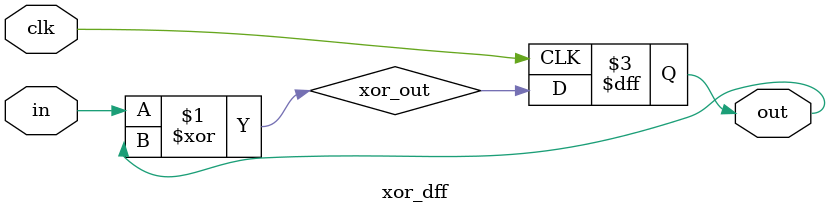
<source format=sv>
module top_module (
    input clk,
    input in,
    output logic out
);

    xor_dff my_xor_dff (
        .clk(clk),
        .in(in),
        .out(out)
    );

endmodule
module xor_dff (
    input clk,
    input in,
    output logic out
);

    logic xor_out;

    // XOR gate
    assign xor_out = in ^ out;

    // D flip-flop
    always_ff @(posedge clk) begin
        out <= xor_out;
    end

endmodule

</source>
